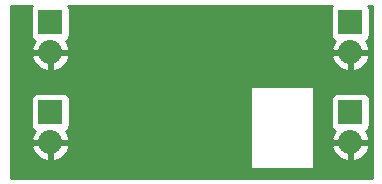
<source format=gbr>
G04 #@! TF.FileFunction,Copper,L2,Bot,Signal*
%FSLAX46Y46*%
G04 Gerber Fmt 4.6, Leading zero omitted, Abs format (unit mm)*
G04 Created by KiCad (PCBNEW 4.0.3+e1-6302~38~ubuntu16.04.1-stable) date Sun Aug 28 11:49:07 2016*
%MOMM*%
%LPD*%
G01*
G04 APERTURE LIST*
%ADD10C,0.100000*%
%ADD11R,2.032000X2.032000*%
%ADD12O,2.032000X2.032000*%
%ADD13C,0.600000*%
%ADD14C,0.250000*%
%ADD15C,0.254000*%
G04 APERTURE END LIST*
D10*
D11*
X132080000Y-109220000D03*
D12*
X132080000Y-111760000D03*
D11*
X157480000Y-109220000D03*
D12*
X157480000Y-111760000D03*
D11*
X157480000Y-101600000D03*
D12*
X157480000Y-104140000D03*
D11*
X132080000Y-101600000D03*
D12*
X132080000Y-104140000D03*
D13*
X138978640Y-110299500D03*
X137300000Y-104000000D03*
X151600000Y-105300000D03*
X154900000Y-108200000D03*
X144940000Y-108490000D03*
X145910000Y-108520000D03*
X145415000Y-107315000D03*
X145830000Y-106050000D03*
X144880000Y-106090000D03*
D14*
X145890000Y-108500000D02*
X145880000Y-108490000D01*
X145910000Y-108520000D02*
X145890000Y-108500000D01*
X145415000Y-107315000D02*
X145410000Y-107320000D01*
X144880000Y-106090000D02*
X144890000Y-106100000D01*
X144890000Y-106100000D02*
X144890000Y-106180000D01*
D15*
G36*
X130467569Y-100332110D02*
X130416560Y-100584000D01*
X130416560Y-102616000D01*
X130460838Y-102851317D01*
X130599910Y-103067441D01*
X130762948Y-103178840D01*
X130673615Y-103275182D01*
X130474025Y-103757056D01*
X130593164Y-104013000D01*
X131953000Y-104013000D01*
X131953000Y-103993000D01*
X132207000Y-103993000D01*
X132207000Y-104013000D01*
X133566836Y-104013000D01*
X133685975Y-103757056D01*
X133486385Y-103275182D01*
X133395903Y-103177602D01*
X133547441Y-103080090D01*
X133692431Y-102867890D01*
X133743440Y-102616000D01*
X133743440Y-100584000D01*
X133699162Y-100348683D01*
X133609922Y-100210000D01*
X155951003Y-100210000D01*
X155867569Y-100332110D01*
X155816560Y-100584000D01*
X155816560Y-102616000D01*
X155860838Y-102851317D01*
X155999910Y-103067441D01*
X156162948Y-103178840D01*
X156073615Y-103275182D01*
X155874025Y-103757056D01*
X155993164Y-104013000D01*
X157353000Y-104013000D01*
X157353000Y-103993000D01*
X157607000Y-103993000D01*
X157607000Y-104013000D01*
X158966836Y-104013000D01*
X159085975Y-103757056D01*
X158886385Y-103275182D01*
X158795903Y-103177602D01*
X158947441Y-103080090D01*
X159092431Y-102867890D01*
X159143440Y-102616000D01*
X159143440Y-100584000D01*
X159099162Y-100348683D01*
X159009922Y-100210000D01*
X159290000Y-100210000D01*
X159290000Y-114790000D01*
X128710000Y-114790000D01*
X128710000Y-112142944D01*
X130474025Y-112142944D01*
X130673615Y-112624818D01*
X131111621Y-113097188D01*
X131697054Y-113365983D01*
X131953000Y-113247367D01*
X131953000Y-111887000D01*
X132207000Y-111887000D01*
X132207000Y-113247367D01*
X132462946Y-113365983D01*
X133048379Y-113097188D01*
X133486385Y-112624818D01*
X133685975Y-112142944D01*
X133566836Y-111887000D01*
X132207000Y-111887000D01*
X131953000Y-111887000D01*
X130593164Y-111887000D01*
X130474025Y-112142944D01*
X128710000Y-112142944D01*
X128710000Y-108204000D01*
X130416560Y-108204000D01*
X130416560Y-110236000D01*
X130460838Y-110471317D01*
X130599910Y-110687441D01*
X130762948Y-110798840D01*
X130673615Y-110895182D01*
X130474025Y-111377056D01*
X130593164Y-111633000D01*
X131953000Y-111633000D01*
X131953000Y-111613000D01*
X132207000Y-111613000D01*
X132207000Y-111633000D01*
X133566836Y-111633000D01*
X133685975Y-111377056D01*
X133486385Y-110895182D01*
X133395903Y-110797602D01*
X133547441Y-110700090D01*
X133692431Y-110487890D01*
X133743440Y-110236000D01*
X133743440Y-108204000D01*
X133699162Y-107968683D01*
X133560090Y-107752559D01*
X133347890Y-107607569D01*
X133096000Y-107556560D01*
X131064000Y-107556560D01*
X130828683Y-107600838D01*
X130612559Y-107739910D01*
X130467569Y-107952110D01*
X130416560Y-108204000D01*
X128710000Y-108204000D01*
X128710000Y-107100000D01*
X148973000Y-107100000D01*
X148973000Y-113900000D01*
X148981685Y-113946159D01*
X149008965Y-113988553D01*
X149050590Y-114016994D01*
X149100000Y-114027000D01*
X154300000Y-114027000D01*
X154346159Y-114018315D01*
X154388553Y-113991035D01*
X154416994Y-113949410D01*
X154427000Y-113900000D01*
X154427000Y-112142944D01*
X155874025Y-112142944D01*
X156073615Y-112624818D01*
X156511621Y-113097188D01*
X157097054Y-113365983D01*
X157353000Y-113247367D01*
X157353000Y-111887000D01*
X157607000Y-111887000D01*
X157607000Y-113247367D01*
X157862946Y-113365983D01*
X158448379Y-113097188D01*
X158886385Y-112624818D01*
X159085975Y-112142944D01*
X158966836Y-111887000D01*
X157607000Y-111887000D01*
X157353000Y-111887000D01*
X155993164Y-111887000D01*
X155874025Y-112142944D01*
X154427000Y-112142944D01*
X154427000Y-108204000D01*
X155816560Y-108204000D01*
X155816560Y-110236000D01*
X155860838Y-110471317D01*
X155999910Y-110687441D01*
X156162948Y-110798840D01*
X156073615Y-110895182D01*
X155874025Y-111377056D01*
X155993164Y-111633000D01*
X157353000Y-111633000D01*
X157353000Y-111613000D01*
X157607000Y-111613000D01*
X157607000Y-111633000D01*
X158966836Y-111633000D01*
X159085975Y-111377056D01*
X158886385Y-110895182D01*
X158795903Y-110797602D01*
X158947441Y-110700090D01*
X159092431Y-110487890D01*
X159143440Y-110236000D01*
X159143440Y-108204000D01*
X159099162Y-107968683D01*
X158960090Y-107752559D01*
X158747890Y-107607569D01*
X158496000Y-107556560D01*
X156464000Y-107556560D01*
X156228683Y-107600838D01*
X156012559Y-107739910D01*
X155867569Y-107952110D01*
X155816560Y-108204000D01*
X154427000Y-108204000D01*
X154427000Y-107100000D01*
X154418315Y-107053841D01*
X154391035Y-107011447D01*
X154349410Y-106983006D01*
X154300000Y-106973000D01*
X149100000Y-106973000D01*
X149053841Y-106981685D01*
X149011447Y-107008965D01*
X148983006Y-107050590D01*
X148973000Y-107100000D01*
X128710000Y-107100000D01*
X128710000Y-104522944D01*
X130474025Y-104522944D01*
X130673615Y-105004818D01*
X131111621Y-105477188D01*
X131697054Y-105745983D01*
X131953000Y-105627367D01*
X131953000Y-104267000D01*
X132207000Y-104267000D01*
X132207000Y-105627367D01*
X132462946Y-105745983D01*
X133048379Y-105477188D01*
X133486385Y-105004818D01*
X133685975Y-104522944D01*
X155874025Y-104522944D01*
X156073615Y-105004818D01*
X156511621Y-105477188D01*
X157097054Y-105745983D01*
X157353000Y-105627367D01*
X157353000Y-104267000D01*
X157607000Y-104267000D01*
X157607000Y-105627367D01*
X157862946Y-105745983D01*
X158448379Y-105477188D01*
X158886385Y-105004818D01*
X159085975Y-104522944D01*
X158966836Y-104267000D01*
X157607000Y-104267000D01*
X157353000Y-104267000D01*
X155993164Y-104267000D01*
X155874025Y-104522944D01*
X133685975Y-104522944D01*
X133566836Y-104267000D01*
X132207000Y-104267000D01*
X131953000Y-104267000D01*
X130593164Y-104267000D01*
X130474025Y-104522944D01*
X128710000Y-104522944D01*
X128710000Y-100210000D01*
X130551003Y-100210000D01*
X130467569Y-100332110D01*
X130467569Y-100332110D01*
G37*
X130467569Y-100332110D02*
X130416560Y-100584000D01*
X130416560Y-102616000D01*
X130460838Y-102851317D01*
X130599910Y-103067441D01*
X130762948Y-103178840D01*
X130673615Y-103275182D01*
X130474025Y-103757056D01*
X130593164Y-104013000D01*
X131953000Y-104013000D01*
X131953000Y-103993000D01*
X132207000Y-103993000D01*
X132207000Y-104013000D01*
X133566836Y-104013000D01*
X133685975Y-103757056D01*
X133486385Y-103275182D01*
X133395903Y-103177602D01*
X133547441Y-103080090D01*
X133692431Y-102867890D01*
X133743440Y-102616000D01*
X133743440Y-100584000D01*
X133699162Y-100348683D01*
X133609922Y-100210000D01*
X155951003Y-100210000D01*
X155867569Y-100332110D01*
X155816560Y-100584000D01*
X155816560Y-102616000D01*
X155860838Y-102851317D01*
X155999910Y-103067441D01*
X156162948Y-103178840D01*
X156073615Y-103275182D01*
X155874025Y-103757056D01*
X155993164Y-104013000D01*
X157353000Y-104013000D01*
X157353000Y-103993000D01*
X157607000Y-103993000D01*
X157607000Y-104013000D01*
X158966836Y-104013000D01*
X159085975Y-103757056D01*
X158886385Y-103275182D01*
X158795903Y-103177602D01*
X158947441Y-103080090D01*
X159092431Y-102867890D01*
X159143440Y-102616000D01*
X159143440Y-100584000D01*
X159099162Y-100348683D01*
X159009922Y-100210000D01*
X159290000Y-100210000D01*
X159290000Y-114790000D01*
X128710000Y-114790000D01*
X128710000Y-112142944D01*
X130474025Y-112142944D01*
X130673615Y-112624818D01*
X131111621Y-113097188D01*
X131697054Y-113365983D01*
X131953000Y-113247367D01*
X131953000Y-111887000D01*
X132207000Y-111887000D01*
X132207000Y-113247367D01*
X132462946Y-113365983D01*
X133048379Y-113097188D01*
X133486385Y-112624818D01*
X133685975Y-112142944D01*
X133566836Y-111887000D01*
X132207000Y-111887000D01*
X131953000Y-111887000D01*
X130593164Y-111887000D01*
X130474025Y-112142944D01*
X128710000Y-112142944D01*
X128710000Y-108204000D01*
X130416560Y-108204000D01*
X130416560Y-110236000D01*
X130460838Y-110471317D01*
X130599910Y-110687441D01*
X130762948Y-110798840D01*
X130673615Y-110895182D01*
X130474025Y-111377056D01*
X130593164Y-111633000D01*
X131953000Y-111633000D01*
X131953000Y-111613000D01*
X132207000Y-111613000D01*
X132207000Y-111633000D01*
X133566836Y-111633000D01*
X133685975Y-111377056D01*
X133486385Y-110895182D01*
X133395903Y-110797602D01*
X133547441Y-110700090D01*
X133692431Y-110487890D01*
X133743440Y-110236000D01*
X133743440Y-108204000D01*
X133699162Y-107968683D01*
X133560090Y-107752559D01*
X133347890Y-107607569D01*
X133096000Y-107556560D01*
X131064000Y-107556560D01*
X130828683Y-107600838D01*
X130612559Y-107739910D01*
X130467569Y-107952110D01*
X130416560Y-108204000D01*
X128710000Y-108204000D01*
X128710000Y-107100000D01*
X148973000Y-107100000D01*
X148973000Y-113900000D01*
X148981685Y-113946159D01*
X149008965Y-113988553D01*
X149050590Y-114016994D01*
X149100000Y-114027000D01*
X154300000Y-114027000D01*
X154346159Y-114018315D01*
X154388553Y-113991035D01*
X154416994Y-113949410D01*
X154427000Y-113900000D01*
X154427000Y-112142944D01*
X155874025Y-112142944D01*
X156073615Y-112624818D01*
X156511621Y-113097188D01*
X157097054Y-113365983D01*
X157353000Y-113247367D01*
X157353000Y-111887000D01*
X157607000Y-111887000D01*
X157607000Y-113247367D01*
X157862946Y-113365983D01*
X158448379Y-113097188D01*
X158886385Y-112624818D01*
X159085975Y-112142944D01*
X158966836Y-111887000D01*
X157607000Y-111887000D01*
X157353000Y-111887000D01*
X155993164Y-111887000D01*
X155874025Y-112142944D01*
X154427000Y-112142944D01*
X154427000Y-108204000D01*
X155816560Y-108204000D01*
X155816560Y-110236000D01*
X155860838Y-110471317D01*
X155999910Y-110687441D01*
X156162948Y-110798840D01*
X156073615Y-110895182D01*
X155874025Y-111377056D01*
X155993164Y-111633000D01*
X157353000Y-111633000D01*
X157353000Y-111613000D01*
X157607000Y-111613000D01*
X157607000Y-111633000D01*
X158966836Y-111633000D01*
X159085975Y-111377056D01*
X158886385Y-110895182D01*
X158795903Y-110797602D01*
X158947441Y-110700090D01*
X159092431Y-110487890D01*
X159143440Y-110236000D01*
X159143440Y-108204000D01*
X159099162Y-107968683D01*
X158960090Y-107752559D01*
X158747890Y-107607569D01*
X158496000Y-107556560D01*
X156464000Y-107556560D01*
X156228683Y-107600838D01*
X156012559Y-107739910D01*
X155867569Y-107952110D01*
X155816560Y-108204000D01*
X154427000Y-108204000D01*
X154427000Y-107100000D01*
X154418315Y-107053841D01*
X154391035Y-107011447D01*
X154349410Y-106983006D01*
X154300000Y-106973000D01*
X149100000Y-106973000D01*
X149053841Y-106981685D01*
X149011447Y-107008965D01*
X148983006Y-107050590D01*
X148973000Y-107100000D01*
X128710000Y-107100000D01*
X128710000Y-104522944D01*
X130474025Y-104522944D01*
X130673615Y-105004818D01*
X131111621Y-105477188D01*
X131697054Y-105745983D01*
X131953000Y-105627367D01*
X131953000Y-104267000D01*
X132207000Y-104267000D01*
X132207000Y-105627367D01*
X132462946Y-105745983D01*
X133048379Y-105477188D01*
X133486385Y-105004818D01*
X133685975Y-104522944D01*
X155874025Y-104522944D01*
X156073615Y-105004818D01*
X156511621Y-105477188D01*
X157097054Y-105745983D01*
X157353000Y-105627367D01*
X157353000Y-104267000D01*
X157607000Y-104267000D01*
X157607000Y-105627367D01*
X157862946Y-105745983D01*
X158448379Y-105477188D01*
X158886385Y-105004818D01*
X159085975Y-104522944D01*
X158966836Y-104267000D01*
X157607000Y-104267000D01*
X157353000Y-104267000D01*
X155993164Y-104267000D01*
X155874025Y-104522944D01*
X133685975Y-104522944D01*
X133566836Y-104267000D01*
X132207000Y-104267000D01*
X131953000Y-104267000D01*
X130593164Y-104267000D01*
X130474025Y-104522944D01*
X128710000Y-104522944D01*
X128710000Y-100210000D01*
X130551003Y-100210000D01*
X130467569Y-100332110D01*
M02*

</source>
